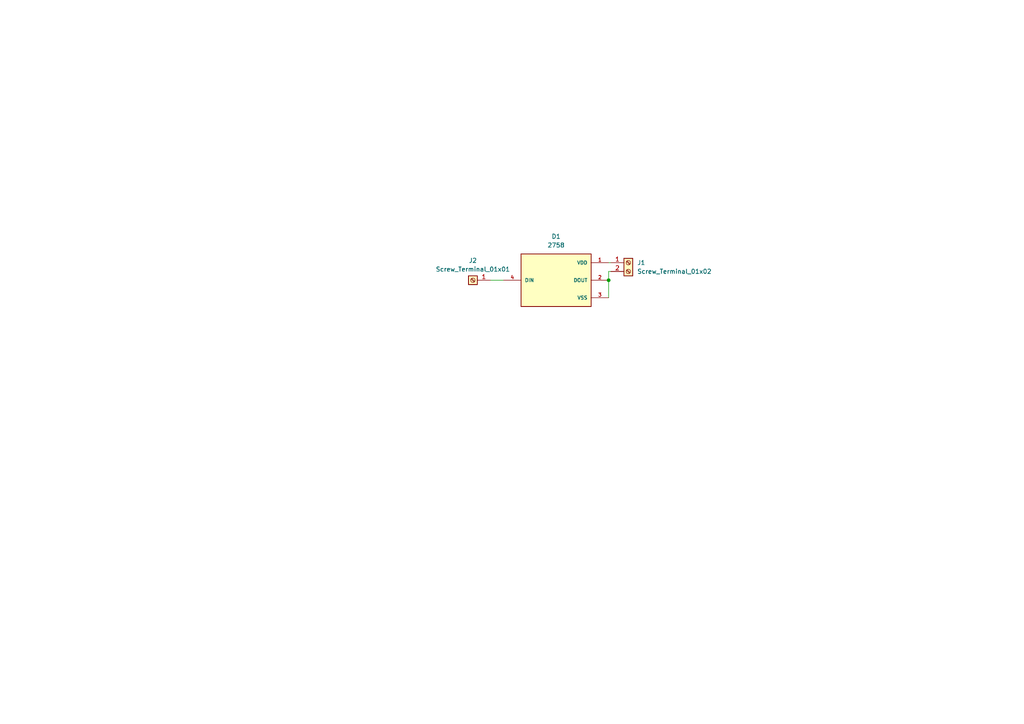
<source format=kicad_sch>
(kicad_sch (version 20230121) (generator eeschema)
  (paper "A4")
  (lib_symbols
    (symbol "2758:2758" (pin_names (offset 1.016))
      (property "Reference" "D" (at -10.1621 8.8923 0))
      (property "Value" "2758" (at -10.16 -8.89 0))
      (symbol "2758_0_0"
        (rectangle (start -10.16 -7.62) (end 10.16 7.62) (stroke (width 0.254)) (fill (type background)))
        (pin power_in line (at 15.24 5.08 180) (length 5.08) (name "VDD") (number "1"))
        (pin output line (at 15.24 0 180) (length 5.08) (name "DOUT") (number "2"))
        (pin power_in line (at 15.24 -5.08 180) (length 5.08) (name "VSS") (number "3"))
        (pin input line (at -15.24 0 0) (length 5.08) (name "DIN") (number "4"))
      )
    )
    (symbol "Connector:Screw_Terminal_01x01" (pin_names (offset 1.016) hide)
      (property "Reference" "J" (at 0 2.54 0))
      (property "Value" "Screw_Terminal_01x01" (at 0 -2.54 0))
      (symbol "Screw_Terminal_01x01_1_1"
        (rectangle (start -1.27 1.27) (end 1.27 -1.27) (stroke (width 0.254)) (fill (type background)))
        (polyline (pts (xy -0.5334 0.3302) (xy 0.3302 -0.508)) (stroke (width 0.1524)))
        (polyline (pts (xy -0.3556 0.508) (xy 0.508 -0.3302)) (stroke (width 0.1524)))
        (circle (center 0 0) (radius 0.635) (stroke (width 0.1524)))
        (pin passive line (at -5.08 0 0) (length 3.81) (name "Pin_1") (number "1"))
      )
    )
    (symbol "Connector:Screw_Terminal_01x02" (pin_names (offset 1.016) hide)
      (property "Reference" "J" (at 0 2.54 0))
      (property "Value" "Screw_Terminal_01x02" (at 0 -5.08 0))
      (symbol "Screw_Terminal_01x02_1_1"
        (rectangle (start -1.27 1.27) (end 1.27 -3.81) (stroke (width 0.254)) (fill (type background)))
        (circle (center 0 -2.54) (radius 0.635) (stroke (width 0.1524)))
        (polyline (pts (xy -0.5334 -2.2098) (xy 0.3302 -3.048)) (stroke (width 0.1524)))
        (polyline (pts (xy -0.5334 0.3302) (xy 0.3302 -0.508)) (stroke (width 0.1524)))
        (polyline (pts (xy -0.3556 -2.032) (xy 0.508 -2.8702)) (stroke (width 0.1524)))
        (polyline (pts (xy -0.3556 0.508) (xy 0.508 -0.3302)) (stroke (width 0.1524)))
        (circle (center 0 0) (radius 0.635) (stroke (width 0.1524)))
        (pin passive line (at -5.08 0 0) (length 3.81) (name "Pin_1") (number "1"))
        (pin passive line (at -5.08 -2.54 0) (length 3.81) (name "Pin_2") (number "2"))
      )
    )
  )
  (junction (at 176.53 81.28))
  (wire (pts (xy 176.53 76.2) (xy 177.165 76.2)))
  (wire (pts (xy 176.53 81.28) (xy 176.53 86.36)))
  (wire (pts (xy 176.53 78.74) (xy 176.53 81.28)))
  (wire (pts (xy 177.165 78.74) (xy 176.53 78.74)))
  (wire (pts (xy 142.24 81.28) (xy 146.05 81.28)))
  (symbol (lib_id "Connector:Screw_Terminal_01x01") (at 137.16 81.28 180) (unit 1)
    (property "Reference" "J2" (at 137.16 75.565 0))
    (property "Value" "Screw_Terminal_01x01" (at 137.16 78.105 0))
    (property "Footprint" "easyeda2kicad:CONN-SMD_custom1" (effects hide))
  )
  (symbol (lib_id "2758:2758") (at 161.29 81.28 0) (unit 1)
    (property "Reference" "D1" (at 161.29 68.58 0))
    (property "Value" "2758" (at 161.29 71.12 0))
    (property "Footprint" "easyeda2kicad:SOL320P540X170-4N" (effects hide))
    (property "MF" "Adafruit Industries" (effects hide))
    (property "MAXIMUM_PACKAGE_HEIGHT" "1.7 mm" (effects hide))
    (property "Package" "SMD-4 Adafruit Industries" (effects hide))
    (property "Price" "None" (effects hide))
    (property "Check_prices" "https://www.snapeda.com/parts/2758/Adafruit+Industries+LLC/view-part/?ref=eda" (effects hide))
    (property "STANDARD" "IPC 7351B" (effects hide))
    (property "PARTREV" "01" (effects hide))
    (property "SnapEDA_Link" "https://www.snapeda.com/parts/2758/Adafruit+Industries+LLC/view-part/?ref=snap" (effects hide))
    (property "MP" "2758" (effects hide))
    (property "Description" "\nAddressable Lighting Neopixel 10 LED Discrete Serial (Shift Register) Red, Green, Blue, Neutral White (RGBW) 5.00mm L x 5.00mm W\n" (effects hide))
    (property "Availability" "In Stock" (effects hide))
    (property "MANUFACTURER" "Adafruit Industries" (effects hide))
  )
  (symbol (lib_id "Connector:Screw_Terminal_01x02") (at 182.245 76.2 0) (unit 1)
    (property "Reference" "J1" (at 184.785 76.2 0) (effects (justify left)))
    (property "Value" "Screw_Terminal_01x02" (at 184.785 78.74 0) (effects (justify left)))
    (property "Footprint" "easyeda2kicad:CONN-SMD_2059-302" (effects hide))
  )
)
</source>
